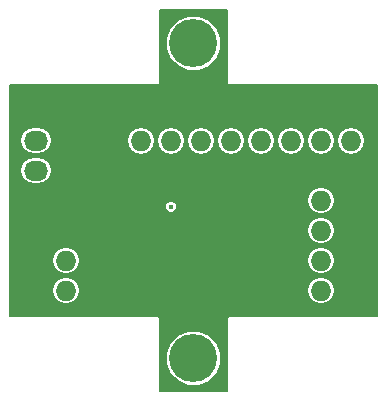
<source format=gbl>
G04 #@! TF.FileFunction,Copper,L2,Bot,Signal*
%FSLAX46Y46*%
G04 Gerber Fmt 4.6, Leading zero omitted, Abs format (unit mm)*
G04 Created by KiCad (PCBNEW 4.0.2-stable) date Saturday, June 18, 2016 'PMt' 03:39:07 PM*
%MOMM*%
G01*
G04 APERTURE LIST*
%ADD10C,0.100000*%
%ADD11R,1.727200X1.727200*%
%ADD12O,1.727200X1.727200*%
%ADD13R,2.032000X1.727200*%
%ADD14O,2.032000X1.727200*%
%ADD15C,4.064000*%
%ADD16C,0.400000*%
%ADD17C,0.200000*%
G04 APERTURE END LIST*
D10*
D11*
X100330000Y-36830000D03*
D12*
X97790000Y-36830000D03*
X100330000Y-39370000D03*
X97790000Y-39370000D03*
X100330000Y-41910000D03*
X97790000Y-41910000D03*
X100330000Y-44450000D03*
X97790000Y-44450000D03*
D11*
X73660000Y-44450000D03*
D12*
X76200000Y-44450000D03*
X73660000Y-41910000D03*
X76200000Y-41910000D03*
D13*
X73660000Y-29210000D03*
D14*
X73660000Y-31750000D03*
X73660000Y-34290000D03*
D11*
X82550000Y-29210000D03*
D12*
X82550000Y-31750000D03*
X85090000Y-29210000D03*
X85090000Y-31750000D03*
X87630000Y-29210000D03*
X87630000Y-31750000D03*
X90170000Y-29210000D03*
X90170000Y-31750000D03*
X92710000Y-29210000D03*
X92710000Y-31750000D03*
X95250000Y-29210000D03*
X95250000Y-31750000D03*
X97790000Y-29210000D03*
X97790000Y-31750000D03*
X100330000Y-29210000D03*
X100330000Y-31750000D03*
D15*
X86995000Y-23495000D03*
X86995000Y-50165000D03*
D16*
X85090000Y-37338000D03*
X92202000Y-38862000D03*
X91694000Y-38862000D03*
X91186000Y-38862000D03*
X90678000Y-38862000D03*
X92202000Y-36830000D03*
X91694000Y-36830000D03*
X91186000Y-36830000D03*
X90678000Y-36830000D03*
X91694000Y-38354000D03*
X91694000Y-37846000D03*
X91694000Y-37338000D03*
X91186000Y-37846000D03*
X92202000Y-37846000D03*
X92202000Y-38354000D03*
X91186000Y-38354000D03*
X90678000Y-38354000D03*
X90678000Y-37846000D03*
X92202000Y-37338000D03*
X91186000Y-37338000D03*
X90678000Y-37338000D03*
D17*
G36*
X89795000Y-26670000D02*
X89816000Y-26775575D01*
X89816000Y-26924000D01*
X89823879Y-26962906D01*
X89846273Y-26995681D01*
X89879654Y-27017161D01*
X89916000Y-27024000D01*
X90064425Y-27024000D01*
X90170000Y-27045000D01*
X102495000Y-27045000D01*
X102495000Y-46615000D01*
X90170000Y-46615000D01*
X90064425Y-46636000D01*
X89916000Y-46636000D01*
X89877094Y-46643879D01*
X89844319Y-46666273D01*
X89822839Y-46699654D01*
X89816000Y-46736000D01*
X89816000Y-46884425D01*
X89795000Y-46990000D01*
X89795000Y-52965000D01*
X84195000Y-52965000D01*
X84195000Y-50626828D01*
X84662596Y-50626828D01*
X85016873Y-51484246D01*
X85672303Y-52140821D01*
X86529101Y-52496595D01*
X87456828Y-52497404D01*
X88314246Y-52143127D01*
X88970821Y-51487697D01*
X89326595Y-50630899D01*
X89327404Y-49703172D01*
X88973127Y-48845754D01*
X88317697Y-48189179D01*
X87460899Y-47833405D01*
X86533172Y-47832596D01*
X85675754Y-48186873D01*
X85019179Y-48842303D01*
X84663405Y-49699101D01*
X84662596Y-50626828D01*
X84195000Y-50626828D01*
X84195000Y-46990000D01*
X84174000Y-46884425D01*
X84174000Y-46736000D01*
X84166121Y-46697094D01*
X84143727Y-46664319D01*
X84110346Y-46642839D01*
X84074000Y-46636000D01*
X83925575Y-46636000D01*
X83820000Y-46615000D01*
X71495000Y-46615000D01*
X71495000Y-44450000D01*
X75013604Y-44450000D01*
X75102178Y-44895290D01*
X75354415Y-45272789D01*
X75731914Y-45525026D01*
X76177204Y-45613600D01*
X76222796Y-45613600D01*
X76668086Y-45525026D01*
X77045585Y-45272789D01*
X77297822Y-44895290D01*
X77386396Y-44450000D01*
X96603604Y-44450000D01*
X96692178Y-44895290D01*
X96944415Y-45272789D01*
X97321914Y-45525026D01*
X97767204Y-45613600D01*
X97812796Y-45613600D01*
X98258086Y-45525026D01*
X98635585Y-45272789D01*
X98887822Y-44895290D01*
X98976396Y-44450000D01*
X98887822Y-44004710D01*
X98635585Y-43627211D01*
X98258086Y-43374974D01*
X97812796Y-43286400D01*
X97767204Y-43286400D01*
X97321914Y-43374974D01*
X96944415Y-43627211D01*
X96692178Y-44004710D01*
X96603604Y-44450000D01*
X77386396Y-44450000D01*
X77297822Y-44004710D01*
X77045585Y-43627211D01*
X76668086Y-43374974D01*
X76222796Y-43286400D01*
X76177204Y-43286400D01*
X75731914Y-43374974D01*
X75354415Y-43627211D01*
X75102178Y-44004710D01*
X75013604Y-44450000D01*
X71495000Y-44450000D01*
X71495000Y-41910000D01*
X75013604Y-41910000D01*
X75102178Y-42355290D01*
X75354415Y-42732789D01*
X75731914Y-42985026D01*
X76177204Y-43073600D01*
X76222796Y-43073600D01*
X76668086Y-42985026D01*
X77045585Y-42732789D01*
X77297822Y-42355290D01*
X77386396Y-41910000D01*
X96603604Y-41910000D01*
X96692178Y-42355290D01*
X96944415Y-42732789D01*
X97321914Y-42985026D01*
X97767204Y-43073600D01*
X97812796Y-43073600D01*
X98258086Y-42985026D01*
X98635585Y-42732789D01*
X98887822Y-42355290D01*
X98976396Y-41910000D01*
X98887822Y-41464710D01*
X98635585Y-41087211D01*
X98258086Y-40834974D01*
X97812796Y-40746400D01*
X97767204Y-40746400D01*
X97321914Y-40834974D01*
X96944415Y-41087211D01*
X96692178Y-41464710D01*
X96603604Y-41910000D01*
X77386396Y-41910000D01*
X77297822Y-41464710D01*
X77045585Y-41087211D01*
X76668086Y-40834974D01*
X76222796Y-40746400D01*
X76177204Y-40746400D01*
X75731914Y-40834974D01*
X75354415Y-41087211D01*
X75102178Y-41464710D01*
X75013604Y-41910000D01*
X71495000Y-41910000D01*
X71495000Y-39370000D01*
X96603604Y-39370000D01*
X96692178Y-39815290D01*
X96944415Y-40192789D01*
X97321914Y-40445026D01*
X97767204Y-40533600D01*
X97812796Y-40533600D01*
X98258086Y-40445026D01*
X98635585Y-40192789D01*
X98887822Y-39815290D01*
X98976396Y-39370000D01*
X98887822Y-38924710D01*
X98635585Y-38547211D01*
X98258086Y-38294974D01*
X97812796Y-38206400D01*
X97767204Y-38206400D01*
X97321914Y-38294974D01*
X96944415Y-38547211D01*
X96692178Y-38924710D01*
X96603604Y-39370000D01*
X71495000Y-39370000D01*
X71495000Y-37437020D01*
X84589913Y-37437020D01*
X84665873Y-37620857D01*
X84806403Y-37761633D01*
X84990107Y-37837913D01*
X85189020Y-37838087D01*
X85372857Y-37762127D01*
X85513633Y-37621597D01*
X85589913Y-37437893D01*
X85590087Y-37238980D01*
X85514127Y-37055143D01*
X85373597Y-36914367D01*
X85189893Y-36838087D01*
X84990980Y-36837913D01*
X84807143Y-36913873D01*
X84666367Y-37054403D01*
X84590087Y-37238107D01*
X84589913Y-37437020D01*
X71495000Y-37437020D01*
X71495000Y-36830000D01*
X96603604Y-36830000D01*
X96692178Y-37275290D01*
X96944415Y-37652789D01*
X97321914Y-37905026D01*
X97767204Y-37993600D01*
X97812796Y-37993600D01*
X98258086Y-37905026D01*
X98635585Y-37652789D01*
X98887822Y-37275290D01*
X98976396Y-36830000D01*
X98887822Y-36384710D01*
X98635585Y-36007211D01*
X98258086Y-35754974D01*
X97812796Y-35666400D01*
X97767204Y-35666400D01*
X97321914Y-35754974D01*
X96944415Y-36007211D01*
X96692178Y-36384710D01*
X96603604Y-36830000D01*
X71495000Y-36830000D01*
X71495000Y-34290000D01*
X72318218Y-34290000D01*
X72406792Y-34735290D01*
X72659029Y-35112789D01*
X73036528Y-35365026D01*
X73481818Y-35453600D01*
X73838182Y-35453600D01*
X74283472Y-35365026D01*
X74660971Y-35112789D01*
X74913208Y-34735290D01*
X75001782Y-34290000D01*
X74913208Y-33844710D01*
X74660971Y-33467211D01*
X74283472Y-33214974D01*
X73838182Y-33126400D01*
X73481818Y-33126400D01*
X73036528Y-33214974D01*
X72659029Y-33467211D01*
X72406792Y-33844710D01*
X72318218Y-34290000D01*
X71495000Y-34290000D01*
X71495000Y-31750000D01*
X72318218Y-31750000D01*
X72406792Y-32195290D01*
X72659029Y-32572789D01*
X73036528Y-32825026D01*
X73481818Y-32913600D01*
X73838182Y-32913600D01*
X74283472Y-32825026D01*
X74660971Y-32572789D01*
X74913208Y-32195290D01*
X75001782Y-31750000D01*
X74997248Y-31727204D01*
X81386400Y-31727204D01*
X81386400Y-31772796D01*
X81474974Y-32218086D01*
X81727211Y-32595585D01*
X82104710Y-32847822D01*
X82550000Y-32936396D01*
X82995290Y-32847822D01*
X83372789Y-32595585D01*
X83625026Y-32218086D01*
X83713600Y-31772796D01*
X83713600Y-31727204D01*
X83926400Y-31727204D01*
X83926400Y-31772796D01*
X84014974Y-32218086D01*
X84267211Y-32595585D01*
X84644710Y-32847822D01*
X85090000Y-32936396D01*
X85535290Y-32847822D01*
X85912789Y-32595585D01*
X86165026Y-32218086D01*
X86253600Y-31772796D01*
X86253600Y-31727204D01*
X86466400Y-31727204D01*
X86466400Y-31772796D01*
X86554974Y-32218086D01*
X86807211Y-32595585D01*
X87184710Y-32847822D01*
X87630000Y-32936396D01*
X88075290Y-32847822D01*
X88452789Y-32595585D01*
X88705026Y-32218086D01*
X88793600Y-31772796D01*
X88793600Y-31727204D01*
X89006400Y-31727204D01*
X89006400Y-31772796D01*
X89094974Y-32218086D01*
X89347211Y-32595585D01*
X89724710Y-32847822D01*
X90170000Y-32936396D01*
X90615290Y-32847822D01*
X90992789Y-32595585D01*
X91245026Y-32218086D01*
X91333600Y-31772796D01*
X91333600Y-31727204D01*
X91546400Y-31727204D01*
X91546400Y-31772796D01*
X91634974Y-32218086D01*
X91887211Y-32595585D01*
X92264710Y-32847822D01*
X92710000Y-32936396D01*
X93155290Y-32847822D01*
X93532789Y-32595585D01*
X93785026Y-32218086D01*
X93873600Y-31772796D01*
X93873600Y-31727204D01*
X94086400Y-31727204D01*
X94086400Y-31772796D01*
X94174974Y-32218086D01*
X94427211Y-32595585D01*
X94804710Y-32847822D01*
X95250000Y-32936396D01*
X95695290Y-32847822D01*
X96072789Y-32595585D01*
X96325026Y-32218086D01*
X96413600Y-31772796D01*
X96413600Y-31727204D01*
X96626400Y-31727204D01*
X96626400Y-31772796D01*
X96714974Y-32218086D01*
X96967211Y-32595585D01*
X97344710Y-32847822D01*
X97790000Y-32936396D01*
X98235290Y-32847822D01*
X98612789Y-32595585D01*
X98865026Y-32218086D01*
X98953600Y-31772796D01*
X98953600Y-31727204D01*
X99166400Y-31727204D01*
X99166400Y-31772796D01*
X99254974Y-32218086D01*
X99507211Y-32595585D01*
X99884710Y-32847822D01*
X100330000Y-32936396D01*
X100775290Y-32847822D01*
X101152789Y-32595585D01*
X101405026Y-32218086D01*
X101493600Y-31772796D01*
X101493600Y-31727204D01*
X101405026Y-31281914D01*
X101152789Y-30904415D01*
X100775290Y-30652178D01*
X100330000Y-30563604D01*
X99884710Y-30652178D01*
X99507211Y-30904415D01*
X99254974Y-31281914D01*
X99166400Y-31727204D01*
X98953600Y-31727204D01*
X98865026Y-31281914D01*
X98612789Y-30904415D01*
X98235290Y-30652178D01*
X97790000Y-30563604D01*
X97344710Y-30652178D01*
X96967211Y-30904415D01*
X96714974Y-31281914D01*
X96626400Y-31727204D01*
X96413600Y-31727204D01*
X96325026Y-31281914D01*
X96072789Y-30904415D01*
X95695290Y-30652178D01*
X95250000Y-30563604D01*
X94804710Y-30652178D01*
X94427211Y-30904415D01*
X94174974Y-31281914D01*
X94086400Y-31727204D01*
X93873600Y-31727204D01*
X93785026Y-31281914D01*
X93532789Y-30904415D01*
X93155290Y-30652178D01*
X92710000Y-30563604D01*
X92264710Y-30652178D01*
X91887211Y-30904415D01*
X91634974Y-31281914D01*
X91546400Y-31727204D01*
X91333600Y-31727204D01*
X91245026Y-31281914D01*
X90992789Y-30904415D01*
X90615290Y-30652178D01*
X90170000Y-30563604D01*
X89724710Y-30652178D01*
X89347211Y-30904415D01*
X89094974Y-31281914D01*
X89006400Y-31727204D01*
X88793600Y-31727204D01*
X88705026Y-31281914D01*
X88452789Y-30904415D01*
X88075290Y-30652178D01*
X87630000Y-30563604D01*
X87184710Y-30652178D01*
X86807211Y-30904415D01*
X86554974Y-31281914D01*
X86466400Y-31727204D01*
X86253600Y-31727204D01*
X86165026Y-31281914D01*
X85912789Y-30904415D01*
X85535290Y-30652178D01*
X85090000Y-30563604D01*
X84644710Y-30652178D01*
X84267211Y-30904415D01*
X84014974Y-31281914D01*
X83926400Y-31727204D01*
X83713600Y-31727204D01*
X83625026Y-31281914D01*
X83372789Y-30904415D01*
X82995290Y-30652178D01*
X82550000Y-30563604D01*
X82104710Y-30652178D01*
X81727211Y-30904415D01*
X81474974Y-31281914D01*
X81386400Y-31727204D01*
X74997248Y-31727204D01*
X74913208Y-31304710D01*
X74660971Y-30927211D01*
X74283472Y-30674974D01*
X73838182Y-30586400D01*
X73481818Y-30586400D01*
X73036528Y-30674974D01*
X72659029Y-30927211D01*
X72406792Y-31304710D01*
X72318218Y-31750000D01*
X71495000Y-31750000D01*
X71495000Y-27045000D01*
X83820000Y-27045000D01*
X83925575Y-27024000D01*
X84074000Y-27024000D01*
X84112906Y-27016121D01*
X84145681Y-26993727D01*
X84167161Y-26960346D01*
X84174000Y-26924000D01*
X84174000Y-26775575D01*
X84195000Y-26670000D01*
X84195000Y-23956828D01*
X84662596Y-23956828D01*
X85016873Y-24814246D01*
X85672303Y-25470821D01*
X86529101Y-25826595D01*
X87456828Y-25827404D01*
X88314246Y-25473127D01*
X88970821Y-24817697D01*
X89326595Y-23960899D01*
X89327404Y-23033172D01*
X88973127Y-22175754D01*
X88317697Y-21519179D01*
X87460899Y-21163405D01*
X86533172Y-21162596D01*
X85675754Y-21516873D01*
X85019179Y-22172303D01*
X84663405Y-23029101D01*
X84662596Y-23956828D01*
X84195000Y-23956828D01*
X84195000Y-20695000D01*
X89795000Y-20695000D01*
X89795000Y-26670000D01*
X89795000Y-26670000D01*
G37*
X89795000Y-26670000D02*
X89816000Y-26775575D01*
X89816000Y-26924000D01*
X89823879Y-26962906D01*
X89846273Y-26995681D01*
X89879654Y-27017161D01*
X89916000Y-27024000D01*
X90064425Y-27024000D01*
X90170000Y-27045000D01*
X102495000Y-27045000D01*
X102495000Y-46615000D01*
X90170000Y-46615000D01*
X90064425Y-46636000D01*
X89916000Y-46636000D01*
X89877094Y-46643879D01*
X89844319Y-46666273D01*
X89822839Y-46699654D01*
X89816000Y-46736000D01*
X89816000Y-46884425D01*
X89795000Y-46990000D01*
X89795000Y-52965000D01*
X84195000Y-52965000D01*
X84195000Y-50626828D01*
X84662596Y-50626828D01*
X85016873Y-51484246D01*
X85672303Y-52140821D01*
X86529101Y-52496595D01*
X87456828Y-52497404D01*
X88314246Y-52143127D01*
X88970821Y-51487697D01*
X89326595Y-50630899D01*
X89327404Y-49703172D01*
X88973127Y-48845754D01*
X88317697Y-48189179D01*
X87460899Y-47833405D01*
X86533172Y-47832596D01*
X85675754Y-48186873D01*
X85019179Y-48842303D01*
X84663405Y-49699101D01*
X84662596Y-50626828D01*
X84195000Y-50626828D01*
X84195000Y-46990000D01*
X84174000Y-46884425D01*
X84174000Y-46736000D01*
X84166121Y-46697094D01*
X84143727Y-46664319D01*
X84110346Y-46642839D01*
X84074000Y-46636000D01*
X83925575Y-46636000D01*
X83820000Y-46615000D01*
X71495000Y-46615000D01*
X71495000Y-44450000D01*
X75013604Y-44450000D01*
X75102178Y-44895290D01*
X75354415Y-45272789D01*
X75731914Y-45525026D01*
X76177204Y-45613600D01*
X76222796Y-45613600D01*
X76668086Y-45525026D01*
X77045585Y-45272789D01*
X77297822Y-44895290D01*
X77386396Y-44450000D01*
X96603604Y-44450000D01*
X96692178Y-44895290D01*
X96944415Y-45272789D01*
X97321914Y-45525026D01*
X97767204Y-45613600D01*
X97812796Y-45613600D01*
X98258086Y-45525026D01*
X98635585Y-45272789D01*
X98887822Y-44895290D01*
X98976396Y-44450000D01*
X98887822Y-44004710D01*
X98635585Y-43627211D01*
X98258086Y-43374974D01*
X97812796Y-43286400D01*
X97767204Y-43286400D01*
X97321914Y-43374974D01*
X96944415Y-43627211D01*
X96692178Y-44004710D01*
X96603604Y-44450000D01*
X77386396Y-44450000D01*
X77297822Y-44004710D01*
X77045585Y-43627211D01*
X76668086Y-43374974D01*
X76222796Y-43286400D01*
X76177204Y-43286400D01*
X75731914Y-43374974D01*
X75354415Y-43627211D01*
X75102178Y-44004710D01*
X75013604Y-44450000D01*
X71495000Y-44450000D01*
X71495000Y-41910000D01*
X75013604Y-41910000D01*
X75102178Y-42355290D01*
X75354415Y-42732789D01*
X75731914Y-42985026D01*
X76177204Y-43073600D01*
X76222796Y-43073600D01*
X76668086Y-42985026D01*
X77045585Y-42732789D01*
X77297822Y-42355290D01*
X77386396Y-41910000D01*
X96603604Y-41910000D01*
X96692178Y-42355290D01*
X96944415Y-42732789D01*
X97321914Y-42985026D01*
X97767204Y-43073600D01*
X97812796Y-43073600D01*
X98258086Y-42985026D01*
X98635585Y-42732789D01*
X98887822Y-42355290D01*
X98976396Y-41910000D01*
X98887822Y-41464710D01*
X98635585Y-41087211D01*
X98258086Y-40834974D01*
X97812796Y-40746400D01*
X97767204Y-40746400D01*
X97321914Y-40834974D01*
X96944415Y-41087211D01*
X96692178Y-41464710D01*
X96603604Y-41910000D01*
X77386396Y-41910000D01*
X77297822Y-41464710D01*
X77045585Y-41087211D01*
X76668086Y-40834974D01*
X76222796Y-40746400D01*
X76177204Y-40746400D01*
X75731914Y-40834974D01*
X75354415Y-41087211D01*
X75102178Y-41464710D01*
X75013604Y-41910000D01*
X71495000Y-41910000D01*
X71495000Y-39370000D01*
X96603604Y-39370000D01*
X96692178Y-39815290D01*
X96944415Y-40192789D01*
X97321914Y-40445026D01*
X97767204Y-40533600D01*
X97812796Y-40533600D01*
X98258086Y-40445026D01*
X98635585Y-40192789D01*
X98887822Y-39815290D01*
X98976396Y-39370000D01*
X98887822Y-38924710D01*
X98635585Y-38547211D01*
X98258086Y-38294974D01*
X97812796Y-38206400D01*
X97767204Y-38206400D01*
X97321914Y-38294974D01*
X96944415Y-38547211D01*
X96692178Y-38924710D01*
X96603604Y-39370000D01*
X71495000Y-39370000D01*
X71495000Y-37437020D01*
X84589913Y-37437020D01*
X84665873Y-37620857D01*
X84806403Y-37761633D01*
X84990107Y-37837913D01*
X85189020Y-37838087D01*
X85372857Y-37762127D01*
X85513633Y-37621597D01*
X85589913Y-37437893D01*
X85590087Y-37238980D01*
X85514127Y-37055143D01*
X85373597Y-36914367D01*
X85189893Y-36838087D01*
X84990980Y-36837913D01*
X84807143Y-36913873D01*
X84666367Y-37054403D01*
X84590087Y-37238107D01*
X84589913Y-37437020D01*
X71495000Y-37437020D01*
X71495000Y-36830000D01*
X96603604Y-36830000D01*
X96692178Y-37275290D01*
X96944415Y-37652789D01*
X97321914Y-37905026D01*
X97767204Y-37993600D01*
X97812796Y-37993600D01*
X98258086Y-37905026D01*
X98635585Y-37652789D01*
X98887822Y-37275290D01*
X98976396Y-36830000D01*
X98887822Y-36384710D01*
X98635585Y-36007211D01*
X98258086Y-35754974D01*
X97812796Y-35666400D01*
X97767204Y-35666400D01*
X97321914Y-35754974D01*
X96944415Y-36007211D01*
X96692178Y-36384710D01*
X96603604Y-36830000D01*
X71495000Y-36830000D01*
X71495000Y-34290000D01*
X72318218Y-34290000D01*
X72406792Y-34735290D01*
X72659029Y-35112789D01*
X73036528Y-35365026D01*
X73481818Y-35453600D01*
X73838182Y-35453600D01*
X74283472Y-35365026D01*
X74660971Y-35112789D01*
X74913208Y-34735290D01*
X75001782Y-34290000D01*
X74913208Y-33844710D01*
X74660971Y-33467211D01*
X74283472Y-33214974D01*
X73838182Y-33126400D01*
X73481818Y-33126400D01*
X73036528Y-33214974D01*
X72659029Y-33467211D01*
X72406792Y-33844710D01*
X72318218Y-34290000D01*
X71495000Y-34290000D01*
X71495000Y-31750000D01*
X72318218Y-31750000D01*
X72406792Y-32195290D01*
X72659029Y-32572789D01*
X73036528Y-32825026D01*
X73481818Y-32913600D01*
X73838182Y-32913600D01*
X74283472Y-32825026D01*
X74660971Y-32572789D01*
X74913208Y-32195290D01*
X75001782Y-31750000D01*
X74997248Y-31727204D01*
X81386400Y-31727204D01*
X81386400Y-31772796D01*
X81474974Y-32218086D01*
X81727211Y-32595585D01*
X82104710Y-32847822D01*
X82550000Y-32936396D01*
X82995290Y-32847822D01*
X83372789Y-32595585D01*
X83625026Y-32218086D01*
X83713600Y-31772796D01*
X83713600Y-31727204D01*
X83926400Y-31727204D01*
X83926400Y-31772796D01*
X84014974Y-32218086D01*
X84267211Y-32595585D01*
X84644710Y-32847822D01*
X85090000Y-32936396D01*
X85535290Y-32847822D01*
X85912789Y-32595585D01*
X86165026Y-32218086D01*
X86253600Y-31772796D01*
X86253600Y-31727204D01*
X86466400Y-31727204D01*
X86466400Y-31772796D01*
X86554974Y-32218086D01*
X86807211Y-32595585D01*
X87184710Y-32847822D01*
X87630000Y-32936396D01*
X88075290Y-32847822D01*
X88452789Y-32595585D01*
X88705026Y-32218086D01*
X88793600Y-31772796D01*
X88793600Y-31727204D01*
X89006400Y-31727204D01*
X89006400Y-31772796D01*
X89094974Y-32218086D01*
X89347211Y-32595585D01*
X89724710Y-32847822D01*
X90170000Y-32936396D01*
X90615290Y-32847822D01*
X90992789Y-32595585D01*
X91245026Y-32218086D01*
X91333600Y-31772796D01*
X91333600Y-31727204D01*
X91546400Y-31727204D01*
X91546400Y-31772796D01*
X91634974Y-32218086D01*
X91887211Y-32595585D01*
X92264710Y-32847822D01*
X92710000Y-32936396D01*
X93155290Y-32847822D01*
X93532789Y-32595585D01*
X93785026Y-32218086D01*
X93873600Y-31772796D01*
X93873600Y-31727204D01*
X94086400Y-31727204D01*
X94086400Y-31772796D01*
X94174974Y-32218086D01*
X94427211Y-32595585D01*
X94804710Y-32847822D01*
X95250000Y-32936396D01*
X95695290Y-32847822D01*
X96072789Y-32595585D01*
X96325026Y-32218086D01*
X96413600Y-31772796D01*
X96413600Y-31727204D01*
X96626400Y-31727204D01*
X96626400Y-31772796D01*
X96714974Y-32218086D01*
X96967211Y-32595585D01*
X97344710Y-32847822D01*
X97790000Y-32936396D01*
X98235290Y-32847822D01*
X98612789Y-32595585D01*
X98865026Y-32218086D01*
X98953600Y-31772796D01*
X98953600Y-31727204D01*
X99166400Y-31727204D01*
X99166400Y-31772796D01*
X99254974Y-32218086D01*
X99507211Y-32595585D01*
X99884710Y-32847822D01*
X100330000Y-32936396D01*
X100775290Y-32847822D01*
X101152789Y-32595585D01*
X101405026Y-32218086D01*
X101493600Y-31772796D01*
X101493600Y-31727204D01*
X101405026Y-31281914D01*
X101152789Y-30904415D01*
X100775290Y-30652178D01*
X100330000Y-30563604D01*
X99884710Y-30652178D01*
X99507211Y-30904415D01*
X99254974Y-31281914D01*
X99166400Y-31727204D01*
X98953600Y-31727204D01*
X98865026Y-31281914D01*
X98612789Y-30904415D01*
X98235290Y-30652178D01*
X97790000Y-30563604D01*
X97344710Y-30652178D01*
X96967211Y-30904415D01*
X96714974Y-31281914D01*
X96626400Y-31727204D01*
X96413600Y-31727204D01*
X96325026Y-31281914D01*
X96072789Y-30904415D01*
X95695290Y-30652178D01*
X95250000Y-30563604D01*
X94804710Y-30652178D01*
X94427211Y-30904415D01*
X94174974Y-31281914D01*
X94086400Y-31727204D01*
X93873600Y-31727204D01*
X93785026Y-31281914D01*
X93532789Y-30904415D01*
X93155290Y-30652178D01*
X92710000Y-30563604D01*
X92264710Y-30652178D01*
X91887211Y-30904415D01*
X91634974Y-31281914D01*
X91546400Y-31727204D01*
X91333600Y-31727204D01*
X91245026Y-31281914D01*
X90992789Y-30904415D01*
X90615290Y-30652178D01*
X90170000Y-30563604D01*
X89724710Y-30652178D01*
X89347211Y-30904415D01*
X89094974Y-31281914D01*
X89006400Y-31727204D01*
X88793600Y-31727204D01*
X88705026Y-31281914D01*
X88452789Y-30904415D01*
X88075290Y-30652178D01*
X87630000Y-30563604D01*
X87184710Y-30652178D01*
X86807211Y-30904415D01*
X86554974Y-31281914D01*
X86466400Y-31727204D01*
X86253600Y-31727204D01*
X86165026Y-31281914D01*
X85912789Y-30904415D01*
X85535290Y-30652178D01*
X85090000Y-30563604D01*
X84644710Y-30652178D01*
X84267211Y-30904415D01*
X84014974Y-31281914D01*
X83926400Y-31727204D01*
X83713600Y-31727204D01*
X83625026Y-31281914D01*
X83372789Y-30904415D01*
X82995290Y-30652178D01*
X82550000Y-30563604D01*
X82104710Y-30652178D01*
X81727211Y-30904415D01*
X81474974Y-31281914D01*
X81386400Y-31727204D01*
X74997248Y-31727204D01*
X74913208Y-31304710D01*
X74660971Y-30927211D01*
X74283472Y-30674974D01*
X73838182Y-30586400D01*
X73481818Y-30586400D01*
X73036528Y-30674974D01*
X72659029Y-30927211D01*
X72406792Y-31304710D01*
X72318218Y-31750000D01*
X71495000Y-31750000D01*
X71495000Y-27045000D01*
X83820000Y-27045000D01*
X83925575Y-27024000D01*
X84074000Y-27024000D01*
X84112906Y-27016121D01*
X84145681Y-26993727D01*
X84167161Y-26960346D01*
X84174000Y-26924000D01*
X84174000Y-26775575D01*
X84195000Y-26670000D01*
X84195000Y-23956828D01*
X84662596Y-23956828D01*
X85016873Y-24814246D01*
X85672303Y-25470821D01*
X86529101Y-25826595D01*
X87456828Y-25827404D01*
X88314246Y-25473127D01*
X88970821Y-24817697D01*
X89326595Y-23960899D01*
X89327404Y-23033172D01*
X88973127Y-22175754D01*
X88317697Y-21519179D01*
X87460899Y-21163405D01*
X86533172Y-21162596D01*
X85675754Y-21516873D01*
X85019179Y-22172303D01*
X84663405Y-23029101D01*
X84662596Y-23956828D01*
X84195000Y-23956828D01*
X84195000Y-20695000D01*
X89795000Y-20695000D01*
X89795000Y-26670000D01*
M02*

</source>
